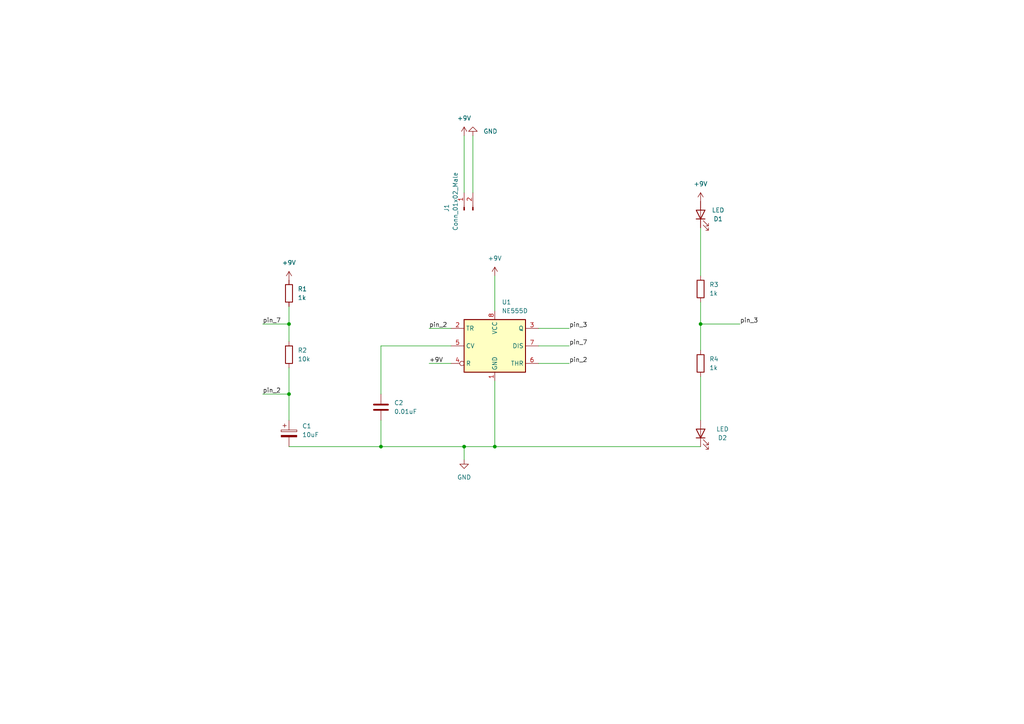
<source format=kicad_sch>
(kicad_sch (version 20211123) (generator eeschema)
  (paper "A4")
  (lib_symbols
    (symbol "Connector:Conn_01x02_Male" (pin_names (offset 1.016) hide)
      (property "Reference" "J" (at 0 2.54 0))
      (property "Value" "Conn_01x02_Male" (at 0 -5.08 0))
      (symbol "Conn_01x02_Male_1_1"
        (polyline (pts (xy 1.27 -2.54) (xy 0.8636 -2.54)) (stroke (width 0.1524)))
        (polyline (pts (xy 1.27 0) (xy 0.8636 0)) (stroke (width 0.1524)))
        (rectangle (start 0.8636 -2.413) (end 0 -2.667) (stroke (width 0.1524)) (fill (type outline)))
        (rectangle (start 0.8636 0.127) (end 0 -0.127) (stroke (width 0.1524)) (fill (type outline)))
        (pin passive line (at 5.08 0 180) (length 3.81) (name "Pin_1") (number "1"))
        (pin passive line (at 5.08 -2.54 180) (length 3.81) (name "Pin_2") (number "2"))
      )
    )
    (symbol "Device:C" (pin_numbers hide) (pin_names (offset 0.254))
      (property "Reference" "C" (at 0.635 2.54 0))
      (property "Value" "C" (at 0.635 -2.54 0))
      (symbol "C_0_1"
        (polyline (pts (xy -2.032 -0.762) (xy 2.032 -0.762)) (stroke (width 0.508)))
        (polyline (pts (xy -2.032 0.762) (xy 2.032 0.762)) (stroke (width 0.508)))
      )
      (symbol "C_1_1"
        (pin passive line (at 0 3.81 270) (length 2.794) (name "~") (number "1"))
        (pin passive line (at 0 -3.81 90) (length 2.794) (name "~") (number "2"))
      )
    )
    (symbol "Device:C_Polarized" (pin_numbers hide) (pin_names (offset 0.254))
      (property "Reference" "C" (at 0.635 2.54 0))
      (property "Value" "C_Polarized" (at 0.635 -2.54 0))
      (symbol "C_Polarized_0_1"
        (rectangle (start -2.286 0.508) (end 2.286 1.016))
        (polyline (pts (xy -1.778 2.286) (xy -0.762 2.286)))
        (polyline (pts (xy -1.27 2.794) (xy -1.27 1.778)))
        (rectangle (start 2.286 -0.508) (end -2.286 -1.016) (fill (type outline)))
      )
      (symbol "C_Polarized_1_1"
        (pin passive line (at 0 3.81 270) (length 2.794) (name "~") (number "1"))
        (pin passive line (at 0 -3.81 90) (length 2.794) (name "~") (number "2"))
      )
    )
    (symbol "Device:LED" (pin_numbers hide) (pin_names (offset 1.016) hide)
      (property "Reference" "D" (at 0 2.54 0))
      (property "Value" "LED" (at 0 -2.54 0))
      (symbol "LED_0_1"
        (polyline (pts (xy -1.27 -1.27) (xy -1.27 1.27)) (stroke (width 0.254)))
        (polyline (pts (xy -1.27 0) (xy 1.27 0)))
        (polyline (pts (xy 1.27 -1.27) (xy 1.27 1.27) (xy -1.27 0) (xy 1.27 -1.27)) (stroke (width 0.254)))
        (polyline (pts (xy -3.048 -0.762) (xy -4.572 -2.286) (xy -3.81 -2.286) (xy -4.572 -2.286) (xy -4.572 -1.524)))
        (polyline (pts (xy -1.778 -0.762) (xy -3.302 -2.286) (xy -2.54 -2.286) (xy -3.302 -2.286) (xy -3.302 -1.524)))
      )
      (symbol "LED_1_1"
        (pin passive line (at -3.81 0 0) (length 2.54) (name "K") (number "1"))
        (pin passive line (at 3.81 0 180) (length 2.54) (name "A") (number "2"))
      )
    )
    (symbol "Device:R" (pin_numbers hide) (pin_names (offset 0))
      (property "Reference" "R" (at 2.032 0 90))
      (property "Value" "R" (at 0 0 90))
      (symbol "R_0_1"
        (rectangle (start -1.016 -2.54) (end 1.016 2.54) (stroke (width 0.254)))
      )
      (symbol "R_1_1"
        (pin passive line (at 0 3.81 270) (length 1.27) (name "~") (number "1"))
        (pin passive line (at 0 -3.81 90) (length 1.27) (name "~") (number "2"))
      )
    )
    (symbol "Timer:NE555D"
      (property "Reference" "U" (at -10.16 8.89 0))
      (property "Value" "NE555D" (at 2.54 8.89 0))
      (symbol "NE555D_0_0"
        (pin power_in line (at 0 -10.16 90) (length 2.54) (name "GND") (number "1"))
        (pin power_in line (at 0 10.16 270) (length 2.54) (name "VCC") (number "8"))
      )
      (symbol "NE555D_0_1"
        (rectangle (start -8.89 -7.62) (end 8.89 7.62) (stroke (width 0.254)) (fill (type background)))
        (rectangle (start -8.89 -7.62) (end 8.89 7.62) (stroke (width 0.254)) (fill (type background)))
      )
      (symbol "NE555D_1_1"
        (pin input line (at -12.7 5.08 0) (length 3.81) (name "TR") (number "2"))
        (pin output line (at 12.7 5.08 180) (length 3.81) (name "Q") (number "3"))
        (pin input inverted (at -12.7 -5.08 0) (length 3.81) (name "R") (number "4"))
        (pin input line (at -12.7 0 0) (length 3.81) (name "CV") (number "5"))
        (pin input line (at 12.7 -5.08 180) (length 3.81) (name "THR") (number "6"))
        (pin input line (at 12.7 0 180) (length 3.81) (name "DIS") (number "7"))
      )
    )
    (symbol "power:+9V" (power) (pin_names (offset 0))
      (property "Value" "+9V" (at 0 3.556 0))
      (symbol "+9V_0_1"
        (polyline (pts (xy -0.762 1.27) (xy 0 2.54)))
        (polyline (pts (xy 0 0) (xy 0 2.54)))
        (polyline (pts (xy 0 2.54) (xy 0.762 1.27)))
      )
      (symbol "+9V_1_1"
        (pin power_in line (at 0 0 90) (length 0) hide (name "+9V") (number "1"))
      )
    )
    (symbol "power:GND" (power) (pin_names (offset 0))
      (property "Value" "GND" (at 0 -3.81 0))
      (symbol "GND_0_1"
        (polyline (pts (xy 0 0) (xy 0 -1.27) (xy 1.27 -1.27) (xy 0 -2.54) (xy -1.27 -1.27) (xy 0 -1.27)))
      )
      (symbol "GND_1_1"
        (pin power_in line (at 0 0 270) (length 0) hide (name "GND") (number "1"))
      )
    )
  )
  (junction (at 83.82 114.3))
  (junction (at 203.2 93.98))
  (junction (at 134.62 129.54))
  (junction (at 110.49 129.54))
  (junction (at 143.51 129.54))
  (junction (at 83.82 93.98))
  (wire (pts (xy 203.2 66.04) (xy 203.2 80.01)))
  (wire (pts (xy 83.82 114.3) (xy 83.82 121.92)))
  (wire (pts (xy 124.46 95.25) (xy 130.81 95.25)))
  (wire (pts (xy 143.51 80.01) (xy 143.51 90.17)))
  (wire (pts (xy 110.49 114.3) (xy 110.49 100.33)))
  (wire (pts (xy 156.21 105.41) (xy 165.1 105.41)))
  (wire (pts (xy 76.2 93.98) (xy 83.82 93.98)))
  (wire (pts (xy 156.21 95.25) (xy 165.1 95.25)))
  (wire (pts (xy 83.82 93.98) (xy 83.82 99.06)))
  (wire (pts (xy 203.2 93.98) (xy 214.63 93.98)))
  (wire (pts (xy 110.49 121.92) (xy 110.49 129.54)))
  (wire (pts (xy 137.16 39.37) (xy 137.16 55.88)))
  (wire (pts (xy 134.62 129.54) (xy 134.62 133.35)))
  (wire (pts (xy 203.2 109.22) (xy 203.2 121.92)))
  (wire (pts (xy 83.82 129.54) (xy 110.49 129.54)))
  (wire (pts (xy 110.49 100.33) (xy 130.81 100.33)))
  (wire (pts (xy 134.62 39.37) (xy 134.62 55.88)))
  (wire (pts (xy 83.82 88.9) (xy 83.82 93.98)))
  (wire (pts (xy 110.49 129.54) (xy 134.62 129.54)))
  (wire (pts (xy 203.2 93.98) (xy 203.2 101.6)))
  (wire (pts (xy 134.62 129.54) (xy 143.51 129.54)))
  (wire (pts (xy 143.51 129.54) (xy 203.2 129.54)))
  (wire (pts (xy 156.21 100.33) (xy 165.1 100.33)))
  (wire (pts (xy 124.46 105.41) (xy 130.81 105.41)))
  (wire (pts (xy 203.2 87.63) (xy 203.2 93.98)))
  (wire (pts (xy 83.82 106.68) (xy 83.82 114.3)))
  (wire (pts (xy 76.2 114.3) (xy 83.82 114.3)))
  (wire (pts (xy 143.51 110.49) (xy 143.51 129.54)))
  (label "pin_2" (at 124.46 95.25 0))
  (label "pin_2" (at 76.2 114.3 0))
  (label "pin_2" (at 165.1 105.41 0))
  (label "pin_3" (at 165.1 95.25 0))
  (label "+9V" (at 124.46 105.41 0))
  (label "pin_7" (at 165.1 100.33 0))
  (label "pin_3" (at 214.63 93.98 0))
  (label "pin_7" (at 76.2 93.98 0))
  (symbol (lib_id "Device:LED") (at 203.2 62.23 90) (unit 1)
    (property "Reference" "D1" (at 208.28 63.5 90))
    (property "Value" "LED" (at 208.28 60.96 90))
  )
  (symbol (lib_id "Device:R") (at 203.2 105.41 0) (unit 1)
    (property "Reference" "R4" (at 205.74 104.1399 0) (effects (justify left)))
    (property "Value" "1k" (at 205.74 106.6799 0) (effects (justify left)))
  )
  (symbol (lib_id "Device:R") (at 83.82 102.87 0) (unit 1)
    (property "Reference" "R2" (at 86.36 101.5999 0) (effects (justify left)))
    (property "Value" "10k" (at 86.36 104.1399 0) (effects (justify left)))
  )
  (symbol (lib_id "power:+9V") (at 203.2 58.42 0) (unit 1)
    (property "Reference" "#PWR?" (effects hide))
    (property "Value" "+9V" (at 203.2 53.34 0))
  )
  (symbol (lib_id "power:+9V") (at 143.51 80.01 0) (unit 1)
    (property "Reference" "#PWR?" (effects hide))
    (property "Value" "+9V" (at 143.51 74.93 0))
  )
  (symbol (lib_id "Device:C") (at 110.49 118.11 0) (unit 1)
    (property "Reference" "C2" (at 114.3 116.8399 0) (effects (justify left)))
    (property "Value" "0.01uF" (at 114.3 119.3799 0) (effects (justify left)))
  )
  (symbol (lib_id "Device:LED") (at 203.2 125.73 90) (unit 1)
    (property "Reference" "D2" (at 209.55 127 90))
    (property "Value" "LED" (at 209.55 124.46 90))
  )
  (symbol (lib_id "power:GND") (at 134.62 133.35 0) (unit 1)
    (property "Reference" "#PWR?" (effects hide))
    (property "Value" "GND" (at 134.62 138.43 0))
  )
  (symbol (lib_id "Device:R") (at 83.82 85.09 0) (unit 1)
    (property "Reference" "R1" (at 86.36 83.8199 0) (effects (justify left)))
    (property "Value" "1k" (at 86.36 86.3599 0) (effects (justify left)))
  )
  (symbol (lib_id "Timer:NE555D") (at 143.51 100.33 0) (unit 1)
    (property "Reference" "U1" (at 145.5294 87.63 0) (effects (justify left)))
    (property "Value" "NE555D" (at 145.5294 90.17 0) (effects (justify left)))
    (property "Footprint" "Package_SO:SOIC-8_3.9x4.9mm_P1.27mm" (effects hide))
    (property "Datasheet" "http://www.ti.com/lit/ds/symlink/ne555.pdf" (effects hide))
  )
  (symbol (lib_id "Device:R") (at 203.2 83.82 0) (unit 1)
    (property "Reference" "R3" (at 205.74 82.5499 0) (effects (justify left)))
    (property "Value" "1k" (at 205.74 85.0899 0) (effects (justify left)))
  )
  (symbol (lib_id "power:GND") (at 137.16 39.37 180) (unit 1)
    (property "Reference" "#PWR?" (effects hide))
    (property "Value" "GND" (at 142.24 38.1 0))
  )
  (symbol (lib_id "power:+9V") (at 83.82 81.28 0) (unit 1)
    (property "Reference" "#PWR?" (effects hide))
    (property "Value" "+9V" (at 83.82 76.2 0))
  )
  (symbol (lib_id "Device:C_Polarized") (at 83.82 125.73 0) (unit 1)
    (property "Reference" "C1" (at 87.63 123.5709 0) (effects (justify left)))
    (property "Value" "10uF" (at 87.63 126.1109 0) (effects (justify left)))
  )
  (symbol (lib_id "power:+9V") (at 134.62 39.37 0) (unit 1)
    (property "Reference" "#PWR?" (effects hide))
    (property "Value" "+9V" (at 134.62 34.29 0))
  )
  (symbol (lib_id "Connector:Conn_01x02_Male") (at 134.62 60.96 90) (unit 1)
    (property "Reference" "J1" (at 129.54 60.325 0))
    (property "Value" "Conn_01x02_Male" (at 132.08 58.42 0))
  )
)
</source>
